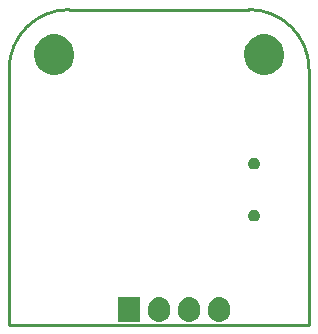
<source format=gbr>
G04 #@! TF.FileFunction,Soldermask,Bot*
%FSLAX46Y46*%
G04 Gerber Fmt 4.6, Leading zero omitted, Abs format (unit mm)*
G04 Created by KiCad (PCBNEW 0.201504281001+5628~23~ubuntu14.10.1-product) date Wed 29 Apr 2015 13:34:42 EEST*
%MOMM*%
G01*
G04 APERTURE LIST*
%ADD10C,0.100000*%
%ADD11C,0.254000*%
G04 APERTURE END LIST*
D10*
D11*
X175260000Y-111760000D02*
X175260000Y-109220000D01*
X149860000Y-109220000D02*
X149860000Y-111760000D01*
X175260000Y-109220000D02*
G75*
G03X170180000Y-104140000I-5080000J0D01*
G01*
X154940000Y-104140000D02*
G75*
G03X149860000Y-109220000I0J-5080000D01*
G01*
X154940000Y-104140000D02*
X170180000Y-104140000D01*
X149860000Y-130810000D02*
X149860000Y-129540000D01*
X175260000Y-130810000D02*
X175260000Y-129540000D01*
X149860000Y-130810000D02*
X175260000Y-130810000D01*
X149860000Y-111760000D02*
X149860000Y-129540000D01*
X175260000Y-129540000D02*
X175260000Y-111760000D01*
D10*
G36*
X155370872Y-107783228D02*
X155365553Y-108164198D01*
X155365514Y-108164369D01*
X155365514Y-108164375D01*
X155291658Y-108489455D01*
X155155992Y-108794161D01*
X155155992Y-108794164D01*
X154963729Y-109066714D01*
X154963727Y-109066715D01*
X154722185Y-109296734D01*
X154440563Y-109475457D01*
X154129592Y-109596073D01*
X154129592Y-109596074D01*
X153801113Y-109653994D01*
X153467643Y-109647008D01*
X153141885Y-109575386D01*
X152836230Y-109441849D01*
X152562342Y-109251492D01*
X152330643Y-109011560D01*
X152149960Y-108731195D01*
X152027176Y-108421076D01*
X151966964Y-108093010D01*
X151971621Y-107759494D01*
X152040968Y-107433240D01*
X152172365Y-107126669D01*
X152360807Y-106851456D01*
X152599115Y-106618089D01*
X152878216Y-106435450D01*
X153187469Y-106310503D01*
X153515107Y-106248003D01*
X153848642Y-106250332D01*
X154175374Y-106317400D01*
X154482852Y-106446652D01*
X154482856Y-106446655D01*
X154759379Y-106633172D01*
X154994405Y-106869844D01*
X155178986Y-107147660D01*
X155306087Y-107456034D01*
X155306087Y-107456036D01*
X155370839Y-107783049D01*
X155370838Y-107783060D01*
X155370872Y-107783228D01*
X155370872Y-107783228D01*
G37*
G36*
X160934400Y-130606800D02*
X159105600Y-130606800D01*
X159105600Y-128473200D01*
X160934400Y-128473200D01*
X160934400Y-130606800D01*
X160934400Y-130606800D01*
G37*
G36*
X163474400Y-129697685D02*
X163474335Y-129706845D01*
X163474318Y-129709292D01*
X163474311Y-129710329D01*
X163454418Y-129887676D01*
X163400457Y-130057782D01*
X163314484Y-130214168D01*
X163199772Y-130350876D01*
X163060692Y-130462699D01*
X162902540Y-130545379D01*
X162731341Y-130595765D01*
X162731326Y-130595766D01*
X162731314Y-130595770D01*
X162553620Y-130611941D01*
X162553616Y-130611940D01*
X162376158Y-130593289D01*
X162376155Y-130593288D01*
X162376134Y-130593286D01*
X162205656Y-130540514D01*
X162048674Y-130455634D01*
X161911169Y-130341880D01*
X161798377Y-130203583D01*
X161714595Y-130046013D01*
X161663015Y-129875170D01*
X161645600Y-129697562D01*
X161645600Y-129696440D01*
X161645600Y-129382438D01*
X161645600Y-129382315D01*
X161645664Y-129373154D01*
X161645689Y-129369671D01*
X161665582Y-129192324D01*
X161719543Y-129022218D01*
X161805516Y-128865832D01*
X161920228Y-128729124D01*
X162059308Y-128617301D01*
X162217460Y-128534621D01*
X162388659Y-128484235D01*
X162388673Y-128484233D01*
X162388686Y-128484230D01*
X162566380Y-128468059D01*
X162743842Y-128486711D01*
X162743844Y-128486711D01*
X162743866Y-128486714D01*
X162914344Y-128539486D01*
X163071326Y-128624366D01*
X163208831Y-128738120D01*
X163321623Y-128876417D01*
X163405405Y-129033987D01*
X163456985Y-129204830D01*
X163474400Y-129382438D01*
X163474400Y-129383560D01*
X163474400Y-129697562D01*
X163474400Y-129697685D01*
X163474400Y-129697685D01*
G37*
G36*
X166014400Y-129697685D02*
X166014335Y-129706845D01*
X166014318Y-129709292D01*
X166014311Y-129710329D01*
X165994418Y-129887676D01*
X165940457Y-130057782D01*
X165854484Y-130214168D01*
X165739772Y-130350876D01*
X165600692Y-130462699D01*
X165442540Y-130545379D01*
X165271341Y-130595765D01*
X165271326Y-130595766D01*
X165271314Y-130595770D01*
X165093620Y-130611941D01*
X165093616Y-130611940D01*
X164916158Y-130593289D01*
X164916155Y-130593288D01*
X164916134Y-130593286D01*
X164745656Y-130540514D01*
X164588674Y-130455634D01*
X164451169Y-130341880D01*
X164338377Y-130203583D01*
X164254595Y-130046013D01*
X164203015Y-129875170D01*
X164185600Y-129697562D01*
X164185600Y-129696440D01*
X164185600Y-129382438D01*
X164185600Y-129382315D01*
X164185664Y-129373154D01*
X164185689Y-129369671D01*
X164205582Y-129192324D01*
X164259543Y-129022218D01*
X164345516Y-128865832D01*
X164460228Y-128729124D01*
X164599308Y-128617301D01*
X164757460Y-128534621D01*
X164928659Y-128484235D01*
X164928673Y-128484233D01*
X164928686Y-128484230D01*
X165106380Y-128468059D01*
X165283842Y-128486711D01*
X165283844Y-128486711D01*
X165283866Y-128486714D01*
X165454344Y-128539486D01*
X165611326Y-128624366D01*
X165748831Y-128738120D01*
X165861623Y-128876417D01*
X165945405Y-129033987D01*
X165996985Y-129204830D01*
X166014400Y-129382438D01*
X166014400Y-129383560D01*
X166014400Y-129697562D01*
X166014400Y-129697685D01*
X166014400Y-129697685D01*
G37*
G36*
X168554400Y-129697685D02*
X168554335Y-129706845D01*
X168554318Y-129709292D01*
X168554311Y-129710329D01*
X168534418Y-129887676D01*
X168480457Y-130057782D01*
X168394484Y-130214168D01*
X168279772Y-130350876D01*
X168140692Y-130462699D01*
X167982540Y-130545379D01*
X167811341Y-130595765D01*
X167811326Y-130595766D01*
X167811314Y-130595770D01*
X167633620Y-130611941D01*
X167633616Y-130611940D01*
X167456158Y-130593289D01*
X167456155Y-130593288D01*
X167456134Y-130593286D01*
X167285656Y-130540514D01*
X167128674Y-130455634D01*
X166991169Y-130341880D01*
X166878377Y-130203583D01*
X166794595Y-130046013D01*
X166743015Y-129875170D01*
X166725600Y-129697562D01*
X166725600Y-129696440D01*
X166725600Y-129382438D01*
X166725600Y-129382315D01*
X166725664Y-129373154D01*
X166725689Y-129369671D01*
X166745582Y-129192324D01*
X166799543Y-129022218D01*
X166885516Y-128865832D01*
X167000228Y-128729124D01*
X167139308Y-128617301D01*
X167297460Y-128534621D01*
X167468659Y-128484235D01*
X167468673Y-128484233D01*
X167468686Y-128484230D01*
X167646380Y-128468059D01*
X167823842Y-128486711D01*
X167823844Y-128486711D01*
X167823866Y-128486714D01*
X167994344Y-128539486D01*
X168151326Y-128624366D01*
X168288831Y-128738120D01*
X168401623Y-128876417D01*
X168485405Y-129033987D01*
X168536985Y-129204830D01*
X168554400Y-129382438D01*
X168554400Y-129383560D01*
X168554400Y-129697562D01*
X168554400Y-129697685D01*
X168554400Y-129697685D01*
G37*
G36*
X171099501Y-117131295D02*
X171097936Y-117243378D01*
X171097897Y-117243549D01*
X171097897Y-117243555D01*
X171076197Y-117339070D01*
X171036285Y-117428713D01*
X171036283Y-117428714D01*
X170979718Y-117508901D01*
X170979718Y-117508903D01*
X170908657Y-117576573D01*
X170908655Y-117576573D01*
X170825802Y-117629153D01*
X170825801Y-117629155D01*
X170734314Y-117664640D01*
X170637673Y-117681681D01*
X170539565Y-117679626D01*
X170443730Y-117658555D01*
X170353800Y-117619266D01*
X170273223Y-117563263D01*
X170205056Y-117492674D01*
X170151899Y-117410191D01*
X170115776Y-117318955D01*
X170098062Y-117222435D01*
X170098062Y-117222433D01*
X170098747Y-117173373D01*
X170099432Y-117124311D01*
X170119833Y-117028327D01*
X170158491Y-116938134D01*
X170213931Y-116857165D01*
X170284042Y-116788508D01*
X170366157Y-116734773D01*
X170457137Y-116698014D01*
X170553531Y-116679626D01*
X170651656Y-116680312D01*
X170747784Y-116700045D01*
X170838244Y-116738070D01*
X170919598Y-116792944D01*
X170988745Y-116862576D01*
X171043049Y-116944310D01*
X171080442Y-117035033D01*
X171099468Y-117131117D01*
X171099467Y-117131127D01*
X171099501Y-117131295D01*
X171099501Y-117131295D01*
G37*
G36*
X171099501Y-121530575D02*
X171097936Y-121642658D01*
X171097897Y-121642829D01*
X171097897Y-121642835D01*
X171076197Y-121738350D01*
X171036285Y-121827993D01*
X171036283Y-121827994D01*
X170979718Y-121908181D01*
X170979718Y-121908183D01*
X170908657Y-121975853D01*
X170908655Y-121975853D01*
X170825802Y-122028433D01*
X170825801Y-122028435D01*
X170734314Y-122063920D01*
X170637673Y-122080961D01*
X170539565Y-122078906D01*
X170443730Y-122057835D01*
X170353800Y-122018546D01*
X170273223Y-121962543D01*
X170205056Y-121891954D01*
X170151899Y-121809471D01*
X170115776Y-121718235D01*
X170098062Y-121621715D01*
X170098062Y-121621713D01*
X170098747Y-121572653D01*
X170099432Y-121523591D01*
X170119833Y-121427607D01*
X170158491Y-121337414D01*
X170213931Y-121256445D01*
X170284042Y-121187788D01*
X170366157Y-121134053D01*
X170457137Y-121097294D01*
X170553531Y-121078906D01*
X170651656Y-121079592D01*
X170747784Y-121099325D01*
X170838244Y-121137350D01*
X170919598Y-121192224D01*
X170988745Y-121261856D01*
X171043049Y-121343590D01*
X171080442Y-121434313D01*
X171099468Y-121530397D01*
X171099467Y-121530407D01*
X171099501Y-121530575D01*
X171099501Y-121530575D01*
G37*
G36*
X173150872Y-107783228D02*
X173145553Y-108164198D01*
X173145514Y-108164369D01*
X173145514Y-108164375D01*
X173071658Y-108489455D01*
X172935992Y-108794161D01*
X172935992Y-108794164D01*
X172743729Y-109066714D01*
X172743727Y-109066715D01*
X172502185Y-109296734D01*
X172220563Y-109475457D01*
X171909592Y-109596073D01*
X171909592Y-109596074D01*
X171581113Y-109653994D01*
X171247643Y-109647008D01*
X170921885Y-109575386D01*
X170616230Y-109441849D01*
X170342342Y-109251492D01*
X170110643Y-109011560D01*
X169929960Y-108731195D01*
X169807176Y-108421076D01*
X169746964Y-108093010D01*
X169751621Y-107759494D01*
X169820968Y-107433240D01*
X169952365Y-107126669D01*
X170140807Y-106851456D01*
X170379115Y-106618089D01*
X170658216Y-106435450D01*
X170967469Y-106310503D01*
X171295107Y-106248003D01*
X171628642Y-106250332D01*
X171955374Y-106317400D01*
X172262852Y-106446652D01*
X172262856Y-106446655D01*
X172539379Y-106633172D01*
X172774405Y-106869844D01*
X172958986Y-107147660D01*
X173086087Y-107456034D01*
X173086087Y-107456036D01*
X173150839Y-107783049D01*
X173150838Y-107783060D01*
X173150872Y-107783228D01*
X173150872Y-107783228D01*
G37*
M02*

</source>
